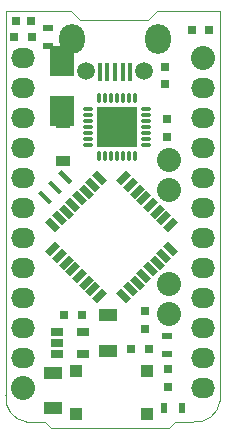
<source format=gts>
G04 #@! TF.FileFunction,Soldermask,Top*
%FSLAX46Y46*%
G04 Gerber Fmt 4.6, Leading zero omitted, Abs format (unit mm)*
G04 Created by KiCad (PCBNEW 4.0.1-stable) date 29-Sep-16 12:15:53 PM*
%MOMM*%
G01*
G04 APERTURE LIST*
%ADD10C,0.150000*%
%ADD11C,0.100000*%
%ADD12C,2.032000*%
%ADD13O,2.032000X2.032000*%
%ADD14R,1.220000X0.910000*%
%ADD15R,0.800000X0.800000*%
%ADD16O,0.850000X0.300000*%
%ADD17O,0.300000X0.850000*%
%ADD18R,1.675000X1.675000*%
%ADD19R,0.750000X0.800000*%
%ADD20R,0.800000X0.750000*%
%ADD21R,1.600000X1.000000*%
%ADD22R,0.797560X0.797560*%
%ADD23R,1.060000X0.650000*%
%ADD24R,0.500000X0.900000*%
%ADD25R,0.900000X0.500000*%
%ADD26R,1.000760X1.000760*%
%ADD27R,0.400000X1.600000*%
%ADD28C,1.500000*%
%ADD29O,2.200000X2.500000*%
%ADD30O,2.032000X1.727200*%
%ADD31R,2.029460X2.651760*%
G04 APERTURE END LIST*
D10*
D11*
X169748200Y-123545600D02*
X169748200Y-90500200D01*
X151648400Y-123076200D02*
G75*
G03X153398400Y-125326200I2000000J-250000D01*
G01*
X154923800Y-125326200D02*
X153423800Y-125326200D01*
X155423800Y-125826200D02*
X154923800Y-125326200D01*
X165449200Y-125826200D02*
X155449200Y-125826200D01*
X165974600Y-125326200D02*
X165474600Y-125826200D01*
X167474600Y-125326200D02*
X165974600Y-125326200D01*
X151650700Y-90487500D02*
X151650700Y-123075700D01*
X151648400Y-90500000D02*
X157148400Y-90500000D01*
X157173800Y-90500000D02*
X157923800Y-91250000D01*
X164449200Y-90500000D02*
X163699200Y-91250000D01*
X164439600Y-90500200D02*
X169748200Y-90500200D01*
X163699200Y-91250000D02*
X157949200Y-91250000D01*
X167500000Y-125326200D02*
G75*
G03X169750000Y-123576200I250000J2000000D01*
G01*
D12*
X165455600Y-116154200D03*
D13*
X165455600Y-113614200D03*
D14*
X156489400Y-99990400D03*
X156489400Y-103260400D03*
D12*
X165455600Y-105689400D03*
D13*
X165455600Y-103149400D03*
D15*
X153746200Y-91338400D03*
X152496200Y-91338400D03*
D10*
G36*
X158942499Y-104429165D02*
X159366763Y-104004901D01*
X160215291Y-104853429D01*
X159791027Y-105277693D01*
X158942499Y-104429165D01*
X158942499Y-104429165D01*
G37*
G36*
X158376814Y-104994851D02*
X158801078Y-104570587D01*
X159649606Y-105419115D01*
X159225342Y-105843379D01*
X158376814Y-104994851D01*
X158376814Y-104994851D01*
G37*
G36*
X157811128Y-105560536D02*
X158235392Y-105136272D01*
X159083920Y-105984800D01*
X158659656Y-106409064D01*
X157811128Y-105560536D01*
X157811128Y-105560536D01*
G37*
G36*
X157245443Y-106126221D02*
X157669707Y-105701957D01*
X158518235Y-106550485D01*
X158093971Y-106974749D01*
X157245443Y-106126221D01*
X157245443Y-106126221D01*
G37*
G36*
X156679757Y-106691907D02*
X157104021Y-106267643D01*
X157952549Y-107116171D01*
X157528285Y-107540435D01*
X156679757Y-106691907D01*
X156679757Y-106691907D01*
G37*
G36*
X156114072Y-107257592D02*
X156538336Y-106833328D01*
X157386864Y-107681856D01*
X156962600Y-108106120D01*
X156114072Y-107257592D01*
X156114072Y-107257592D01*
G37*
G36*
X155548387Y-107823278D02*
X155972651Y-107399014D01*
X156821179Y-108247542D01*
X156396915Y-108671806D01*
X155548387Y-107823278D01*
X155548387Y-107823278D01*
G37*
G36*
X154982701Y-108388963D02*
X155406965Y-107964699D01*
X156255493Y-108813227D01*
X155831229Y-109237491D01*
X154982701Y-108388963D01*
X154982701Y-108388963D01*
G37*
G36*
X155406965Y-111288101D02*
X154982701Y-110863837D01*
X155831229Y-110015309D01*
X156255493Y-110439573D01*
X155406965Y-111288101D01*
X155406965Y-111288101D01*
G37*
G36*
X155972651Y-111853786D02*
X155548387Y-111429522D01*
X156396915Y-110580994D01*
X156821179Y-111005258D01*
X155972651Y-111853786D01*
X155972651Y-111853786D01*
G37*
G36*
X156538336Y-112419472D02*
X156114072Y-111995208D01*
X156962600Y-111146680D01*
X157386864Y-111570944D01*
X156538336Y-112419472D01*
X156538336Y-112419472D01*
G37*
G36*
X157104021Y-112985157D02*
X156679757Y-112560893D01*
X157528285Y-111712365D01*
X157952549Y-112136629D01*
X157104021Y-112985157D01*
X157104021Y-112985157D01*
G37*
G36*
X157669707Y-113550843D02*
X157245443Y-113126579D01*
X158093971Y-112278051D01*
X158518235Y-112702315D01*
X157669707Y-113550843D01*
X157669707Y-113550843D01*
G37*
G36*
X158235392Y-114116528D02*
X157811128Y-113692264D01*
X158659656Y-112843736D01*
X159083920Y-113268000D01*
X158235392Y-114116528D01*
X158235392Y-114116528D01*
G37*
G36*
X158801078Y-114682213D02*
X158376814Y-114257949D01*
X159225342Y-113409421D01*
X159649606Y-113833685D01*
X158801078Y-114682213D01*
X158801078Y-114682213D01*
G37*
G36*
X159366763Y-115247899D02*
X158942499Y-114823635D01*
X159791027Y-113975107D01*
X160215291Y-114399371D01*
X159366763Y-115247899D01*
X159366763Y-115247899D01*
G37*
G36*
X160993109Y-114399371D02*
X161417373Y-113975107D01*
X162265901Y-114823635D01*
X161841637Y-115247899D01*
X160993109Y-114399371D01*
X160993109Y-114399371D01*
G37*
G36*
X161558794Y-113833685D02*
X161983058Y-113409421D01*
X162831586Y-114257949D01*
X162407322Y-114682213D01*
X161558794Y-113833685D01*
X161558794Y-113833685D01*
G37*
G36*
X162124480Y-113268000D02*
X162548744Y-112843736D01*
X163397272Y-113692264D01*
X162973008Y-114116528D01*
X162124480Y-113268000D01*
X162124480Y-113268000D01*
G37*
G36*
X162690165Y-112702315D02*
X163114429Y-112278051D01*
X163962957Y-113126579D01*
X163538693Y-113550843D01*
X162690165Y-112702315D01*
X162690165Y-112702315D01*
G37*
G36*
X163255851Y-112136629D02*
X163680115Y-111712365D01*
X164528643Y-112560893D01*
X164104379Y-112985157D01*
X163255851Y-112136629D01*
X163255851Y-112136629D01*
G37*
G36*
X163821536Y-111570944D02*
X164245800Y-111146680D01*
X165094328Y-111995208D01*
X164670064Y-112419472D01*
X163821536Y-111570944D01*
X163821536Y-111570944D01*
G37*
G36*
X164387221Y-111005258D02*
X164811485Y-110580994D01*
X165660013Y-111429522D01*
X165235749Y-111853786D01*
X164387221Y-111005258D01*
X164387221Y-111005258D01*
G37*
G36*
X164952907Y-110439573D02*
X165377171Y-110015309D01*
X166225699Y-110863837D01*
X165801435Y-111288101D01*
X164952907Y-110439573D01*
X164952907Y-110439573D01*
G37*
G36*
X165377171Y-109237491D02*
X164952907Y-108813227D01*
X165801435Y-107964699D01*
X166225699Y-108388963D01*
X165377171Y-109237491D01*
X165377171Y-109237491D01*
G37*
G36*
X164811485Y-108671806D02*
X164387221Y-108247542D01*
X165235749Y-107399014D01*
X165660013Y-107823278D01*
X164811485Y-108671806D01*
X164811485Y-108671806D01*
G37*
G36*
X164245800Y-108106120D02*
X163821536Y-107681856D01*
X164670064Y-106833328D01*
X165094328Y-107257592D01*
X164245800Y-108106120D01*
X164245800Y-108106120D01*
G37*
G36*
X163680115Y-107540435D02*
X163255851Y-107116171D01*
X164104379Y-106267643D01*
X164528643Y-106691907D01*
X163680115Y-107540435D01*
X163680115Y-107540435D01*
G37*
G36*
X163114429Y-106974749D02*
X162690165Y-106550485D01*
X163538693Y-105701957D01*
X163962957Y-106126221D01*
X163114429Y-106974749D01*
X163114429Y-106974749D01*
G37*
G36*
X162548744Y-106409064D02*
X162124480Y-105984800D01*
X162973008Y-105136272D01*
X163397272Y-105560536D01*
X162548744Y-106409064D01*
X162548744Y-106409064D01*
G37*
G36*
X161983058Y-105843379D02*
X161558794Y-105419115D01*
X162407322Y-104570587D01*
X162831586Y-104994851D01*
X161983058Y-105843379D01*
X161983058Y-105843379D01*
G37*
G36*
X161417373Y-105277693D02*
X160993109Y-104853429D01*
X161841637Y-104004901D01*
X162265901Y-104429165D01*
X161417373Y-105277693D01*
X161417373Y-105277693D01*
G37*
D16*
X163486000Y-101830000D03*
X163486000Y-101330000D03*
X163486000Y-100830000D03*
X163486000Y-100330000D03*
X163486000Y-99830000D03*
X163486000Y-99330000D03*
X163486000Y-98830000D03*
D17*
X162536000Y-97880000D03*
X162036000Y-97880000D03*
X161536000Y-97880000D03*
X161036000Y-97880000D03*
X160536000Y-97880000D03*
X160036000Y-97880000D03*
X159536000Y-97880000D03*
D16*
X158586000Y-98830000D03*
X158586000Y-99330000D03*
X158586000Y-99830000D03*
X158586000Y-100330000D03*
X158586000Y-100830000D03*
X158586000Y-101330000D03*
X158586000Y-101830000D03*
D17*
X159536000Y-102780000D03*
X160036000Y-102780000D03*
X160536000Y-102780000D03*
X161036000Y-102780000D03*
X161536000Y-102780000D03*
X162036000Y-102780000D03*
X162536000Y-102780000D03*
D18*
X160198500Y-99492500D03*
X160198500Y-101167500D03*
X161873500Y-99492500D03*
X161873500Y-101167500D03*
D19*
X165125400Y-96736600D03*
X165125400Y-95236600D03*
X165328600Y-120865200D03*
X165328600Y-122365200D03*
D20*
X162216400Y-119126000D03*
X163716400Y-119126000D03*
D19*
X165277800Y-99707000D03*
X165277800Y-101207000D03*
D20*
X168872600Y-92125800D03*
X167372600Y-92125800D03*
D21*
X155600400Y-121156600D03*
X155600400Y-124156600D03*
X160324800Y-119305200D03*
X160324800Y-116305200D03*
D20*
X156552200Y-116230400D03*
X158052200Y-116230400D03*
D22*
X163423600Y-115963700D03*
X163423600Y-117462300D03*
X152336500Y-92710000D03*
X153835100Y-92710000D03*
D23*
X155973600Y-117668000D03*
X155973600Y-118618000D03*
X155973600Y-119568000D03*
X158173600Y-119568000D03*
X158173600Y-117668000D03*
D24*
X166535800Y-124104400D03*
X165035800Y-124104400D03*
D25*
X165303200Y-119545800D03*
X165303200Y-118045800D03*
X155194000Y-91985400D03*
X155194000Y-93485400D03*
D26*
X157579060Y-120985280D03*
X163578540Y-124683520D03*
X157579060Y-124683520D03*
X163578540Y-120985280D03*
D27*
X162175000Y-95675000D03*
X161525000Y-95675000D03*
X160875000Y-95675000D03*
X160225000Y-95675000D03*
X159575000Y-95675000D03*
D28*
X163300000Y-95575000D03*
D29*
X164500000Y-92925000D03*
D28*
X158450000Y-95575000D03*
D29*
X157250000Y-92925000D03*
D10*
G36*
X155289365Y-106875664D02*
X154370126Y-105956425D01*
X154652969Y-105673582D01*
X155572208Y-106592821D01*
X155289365Y-106875664D01*
X155289365Y-106875664D01*
G37*
G36*
X156137893Y-106027136D02*
X155218654Y-105107897D01*
X155501497Y-104825054D01*
X156420736Y-105744293D01*
X156137893Y-106027136D01*
X156137893Y-106027136D01*
G37*
G36*
X156986421Y-105178608D02*
X156067182Y-104259369D01*
X156350025Y-103976526D01*
X157269264Y-104895765D01*
X156986421Y-105178608D01*
X156986421Y-105178608D01*
G37*
D12*
X153050000Y-122425000D03*
D30*
X153050000Y-119885000D03*
X153050000Y-117345000D03*
X153050000Y-114805000D03*
X153050000Y-112265000D03*
X153050000Y-109725000D03*
X153050000Y-107185000D03*
X153050000Y-104645000D03*
X153050000Y-102105000D03*
X153050000Y-99565000D03*
X153050000Y-97025000D03*
X153050000Y-94485000D03*
D12*
X168300000Y-94500000D03*
D30*
X168300000Y-97040000D03*
X168300000Y-99580000D03*
X168300000Y-102120000D03*
X168300000Y-104660000D03*
X168300000Y-107200000D03*
X168300000Y-109740000D03*
X168300000Y-112280000D03*
X168300000Y-114820000D03*
X168300000Y-117360000D03*
X168300000Y-119900000D03*
X168300000Y-122440000D03*
D31*
X156413200Y-94790260D03*
X156413200Y-98960940D03*
M02*

</source>
